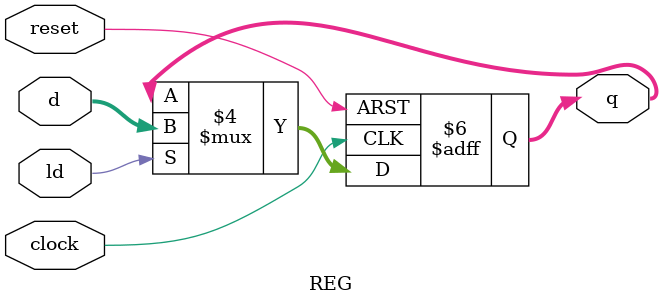
<source format=v>
`timescale 1ns / 1ps

module REG #(parameter WIDTH = 8)(
        input clock,
        input reset,
        input ld,
        input [WIDTH-1:0] d,
        output reg [WIDTH-1:0] q
    );
        // asynchronous, active HIGH reset w. enable input
        initial begin
            q = 0;
        end
        
        always @(posedge reset, posedge clock) begin
            if (reset) q <= 0;
            else if (ld) q <= d;
            else q <= q;
        end
        
endmodule

</source>
